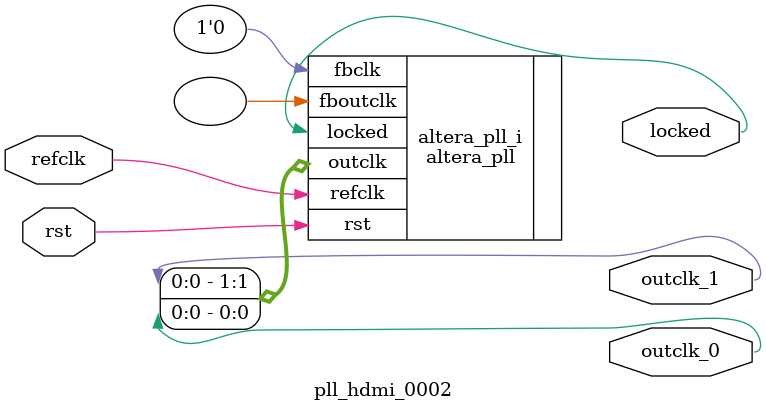
<source format=v>
`timescale 1ns/10ps
module  pll_hdmi_0002(

	// interface 'refclk'
	input wire refclk,

	// interface 'reset'
	input wire rst,

	// interface 'outclk0'
	output wire outclk_0,

	// interface 'outclk1'
	output wire outclk_1,

	// interface 'locked'
	output wire locked
);

	altera_pll #(
		.fractional_vco_multiplier("false"),
		.reference_clock_frequency("50.0 MHz"),
		.operation_mode("normal"),
		.number_of_clocks(2),
		.output_clock_frequency0("27.000000 MHz"),
		.phase_shift0("0 ps"),
		.duty_cycle0(50),
		.output_clock_frequency1("135.000000 MHz"),
		.phase_shift1("0 ps"),
		.duty_cycle1(50),
		.output_clock_frequency2("0 MHz"),
		.phase_shift2("0 ps"),
		.duty_cycle2(50),
		.output_clock_frequency3("0 MHz"),
		.phase_shift3("0 ps"),
		.duty_cycle3(50),
		.output_clock_frequency4("0 MHz"),
		.phase_shift4("0 ps"),
		.duty_cycle4(50),
		.output_clock_frequency5("0 MHz"),
		.phase_shift5("0 ps"),
		.duty_cycle5(50),
		.output_clock_frequency6("0 MHz"),
		.phase_shift6("0 ps"),
		.duty_cycle6(50),
		.output_clock_frequency7("0 MHz"),
		.phase_shift7("0 ps"),
		.duty_cycle7(50),
		.output_clock_frequency8("0 MHz"),
		.phase_shift8("0 ps"),
		.duty_cycle8(50),
		.output_clock_frequency9("0 MHz"),
		.phase_shift9("0 ps"),
		.duty_cycle9(50),
		.output_clock_frequency10("0 MHz"),
		.phase_shift10("0 ps"),
		.duty_cycle10(50),
		.output_clock_frequency11("0 MHz"),
		.phase_shift11("0 ps"),
		.duty_cycle11(50),
		.output_clock_frequency12("0 MHz"),
		.phase_shift12("0 ps"),
		.duty_cycle12(50),
		.output_clock_frequency13("0 MHz"),
		.phase_shift13("0 ps"),
		.duty_cycle13(50),
		.output_clock_frequency14("0 MHz"),
		.phase_shift14("0 ps"),
		.duty_cycle14(50),
		.output_clock_frequency15("0 MHz"),
		.phase_shift15("0 ps"),
		.duty_cycle15(50),
		.output_clock_frequency16("0 MHz"),
		.phase_shift16("0 ps"),
		.duty_cycle16(50),
		.output_clock_frequency17("0 MHz"),
		.phase_shift17("0 ps"),
		.duty_cycle17(50),
		.pll_type("General"),
		.pll_subtype("General")
	) altera_pll_i (
		.rst	(rst),
		.outclk	({outclk_1, outclk_0}),
		.locked	(locked),
		.fboutclk	( ),
		.fbclk	(1'b0),
		.refclk	(refclk)
	);
endmodule


</source>
